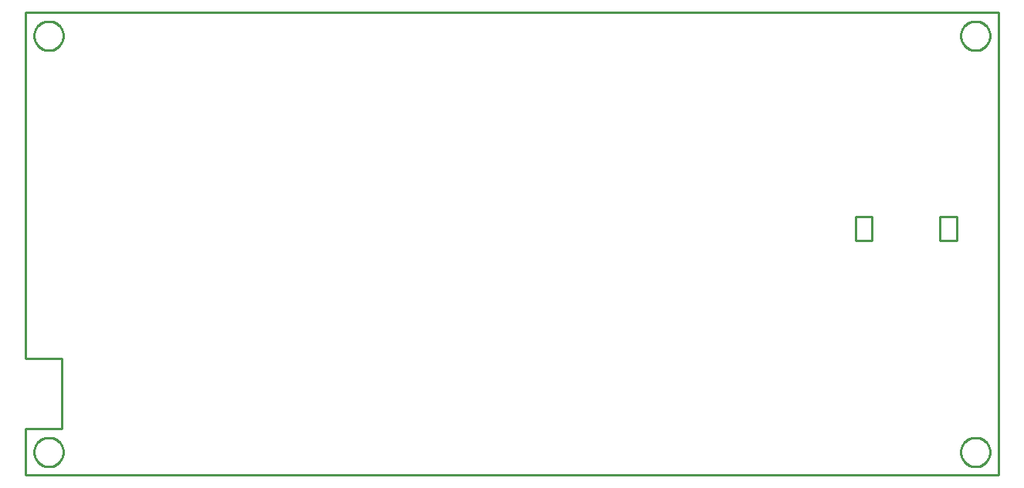
<source format=gbr>
G04 EAGLE Gerber RS-274X export*
G75*
%MOMM*%
%FSLAX34Y34*%
%LPD*%
%IN*%
%IPPOS*%
%AMOC8*
5,1,8,0,0,1.08239X$1,22.5*%
G01*
%ADD10C,0.254000*%


D10*
X0Y0D02*
X1066800Y0D01*
X1066800Y508000D01*
X0Y508000D01*
X0Y128270D01*
X39370Y128270D01*
X39370Y50800D01*
X0Y50800D01*
X0Y0D01*
X909700Y257764D02*
X927700Y257764D01*
X927700Y283764D01*
X909700Y283764D01*
X909700Y257764D01*
X1002700Y257764D02*
X1020700Y257764D01*
X1020700Y283764D01*
X1002700Y283764D01*
X1002700Y257764D01*
X41400Y24876D02*
X41332Y23831D01*
X41195Y22792D01*
X40990Y21765D01*
X40719Y20753D01*
X40383Y19761D01*
X39982Y18793D01*
X39518Y17854D01*
X38995Y16946D01*
X38413Y16075D01*
X37775Y15244D01*
X37084Y14457D01*
X36343Y13716D01*
X35556Y13025D01*
X34725Y12388D01*
X33854Y11806D01*
X32946Y11282D01*
X32007Y10818D01*
X31039Y10417D01*
X30047Y10081D01*
X29035Y9810D01*
X28008Y9605D01*
X26969Y9469D01*
X25924Y9400D01*
X24876Y9400D01*
X23831Y9469D01*
X22792Y9605D01*
X21765Y9810D01*
X20753Y10081D01*
X19761Y10417D01*
X18793Y10818D01*
X17854Y11282D01*
X16946Y11806D01*
X16075Y12388D01*
X15244Y13025D01*
X14457Y13716D01*
X13716Y14457D01*
X13025Y15244D01*
X12388Y16075D01*
X11806Y16946D01*
X11282Y17854D01*
X10818Y18793D01*
X10417Y19761D01*
X10081Y20753D01*
X9810Y21765D01*
X9605Y22792D01*
X9469Y23831D01*
X9400Y24876D01*
X9400Y25924D01*
X9469Y26969D01*
X9605Y28008D01*
X9810Y29035D01*
X10081Y30047D01*
X10417Y31039D01*
X10818Y32007D01*
X11282Y32946D01*
X11806Y33854D01*
X12388Y34725D01*
X13025Y35556D01*
X13716Y36343D01*
X14457Y37084D01*
X15244Y37775D01*
X16075Y38413D01*
X16946Y38995D01*
X17854Y39518D01*
X18793Y39982D01*
X19761Y40383D01*
X20753Y40719D01*
X21765Y40990D01*
X22792Y41195D01*
X23831Y41332D01*
X24876Y41400D01*
X25924Y41400D01*
X26969Y41332D01*
X28008Y41195D01*
X29035Y40990D01*
X30047Y40719D01*
X31039Y40383D01*
X32007Y39982D01*
X32946Y39518D01*
X33854Y38995D01*
X34725Y38413D01*
X35556Y37775D01*
X36343Y37084D01*
X37084Y36343D01*
X37775Y35556D01*
X38413Y34725D01*
X38995Y33854D01*
X39518Y32946D01*
X39982Y32007D01*
X40383Y31039D01*
X40719Y30047D01*
X40990Y29035D01*
X41195Y28008D01*
X41332Y26969D01*
X41400Y25924D01*
X41400Y24876D01*
X41400Y482076D02*
X41332Y481031D01*
X41195Y479992D01*
X40990Y478965D01*
X40719Y477953D01*
X40383Y476961D01*
X39982Y475993D01*
X39518Y475054D01*
X38995Y474146D01*
X38413Y473275D01*
X37775Y472444D01*
X37084Y471657D01*
X36343Y470916D01*
X35556Y470225D01*
X34725Y469588D01*
X33854Y469006D01*
X32946Y468482D01*
X32007Y468018D01*
X31039Y467617D01*
X30047Y467281D01*
X29035Y467010D01*
X28008Y466805D01*
X26969Y466669D01*
X25924Y466600D01*
X24876Y466600D01*
X23831Y466669D01*
X22792Y466805D01*
X21765Y467010D01*
X20753Y467281D01*
X19761Y467617D01*
X18793Y468018D01*
X17854Y468482D01*
X16946Y469006D01*
X16075Y469588D01*
X15244Y470225D01*
X14457Y470916D01*
X13716Y471657D01*
X13025Y472444D01*
X12388Y473275D01*
X11806Y474146D01*
X11282Y475054D01*
X10818Y475993D01*
X10417Y476961D01*
X10081Y477953D01*
X9810Y478965D01*
X9605Y479992D01*
X9469Y481031D01*
X9400Y482076D01*
X9400Y483124D01*
X9469Y484169D01*
X9605Y485208D01*
X9810Y486235D01*
X10081Y487247D01*
X10417Y488239D01*
X10818Y489207D01*
X11282Y490146D01*
X11806Y491054D01*
X12388Y491925D01*
X13025Y492756D01*
X13716Y493543D01*
X14457Y494284D01*
X15244Y494975D01*
X16075Y495613D01*
X16946Y496195D01*
X17854Y496718D01*
X18793Y497182D01*
X19761Y497583D01*
X20753Y497919D01*
X21765Y498190D01*
X22792Y498395D01*
X23831Y498532D01*
X24876Y498600D01*
X25924Y498600D01*
X26969Y498532D01*
X28008Y498395D01*
X29035Y498190D01*
X30047Y497919D01*
X31039Y497583D01*
X32007Y497182D01*
X32946Y496718D01*
X33854Y496195D01*
X34725Y495613D01*
X35556Y494975D01*
X36343Y494284D01*
X37084Y493543D01*
X37775Y492756D01*
X38413Y491925D01*
X38995Y491054D01*
X39518Y490146D01*
X39982Y489207D01*
X40383Y488239D01*
X40719Y487247D01*
X40990Y486235D01*
X41195Y485208D01*
X41332Y484169D01*
X41400Y483124D01*
X41400Y482076D01*
X1057400Y482076D02*
X1057332Y481031D01*
X1057195Y479992D01*
X1056990Y478965D01*
X1056719Y477953D01*
X1056383Y476961D01*
X1055982Y475993D01*
X1055518Y475054D01*
X1054995Y474146D01*
X1054413Y473275D01*
X1053775Y472444D01*
X1053084Y471657D01*
X1052343Y470916D01*
X1051556Y470225D01*
X1050725Y469588D01*
X1049854Y469006D01*
X1048946Y468482D01*
X1048007Y468018D01*
X1047039Y467617D01*
X1046047Y467281D01*
X1045035Y467010D01*
X1044008Y466805D01*
X1042969Y466669D01*
X1041924Y466600D01*
X1040876Y466600D01*
X1039831Y466669D01*
X1038792Y466805D01*
X1037765Y467010D01*
X1036753Y467281D01*
X1035761Y467617D01*
X1034793Y468018D01*
X1033854Y468482D01*
X1032946Y469006D01*
X1032075Y469588D01*
X1031244Y470225D01*
X1030457Y470916D01*
X1029716Y471657D01*
X1029025Y472444D01*
X1028388Y473275D01*
X1027806Y474146D01*
X1027282Y475054D01*
X1026818Y475993D01*
X1026417Y476961D01*
X1026081Y477953D01*
X1025810Y478965D01*
X1025605Y479992D01*
X1025469Y481031D01*
X1025400Y482076D01*
X1025400Y483124D01*
X1025469Y484169D01*
X1025605Y485208D01*
X1025810Y486235D01*
X1026081Y487247D01*
X1026417Y488239D01*
X1026818Y489207D01*
X1027282Y490146D01*
X1027806Y491054D01*
X1028388Y491925D01*
X1029025Y492756D01*
X1029716Y493543D01*
X1030457Y494284D01*
X1031244Y494975D01*
X1032075Y495613D01*
X1032946Y496195D01*
X1033854Y496718D01*
X1034793Y497182D01*
X1035761Y497583D01*
X1036753Y497919D01*
X1037765Y498190D01*
X1038792Y498395D01*
X1039831Y498532D01*
X1040876Y498600D01*
X1041924Y498600D01*
X1042969Y498532D01*
X1044008Y498395D01*
X1045035Y498190D01*
X1046047Y497919D01*
X1047039Y497583D01*
X1048007Y497182D01*
X1048946Y496718D01*
X1049854Y496195D01*
X1050725Y495613D01*
X1051556Y494975D01*
X1052343Y494284D01*
X1053084Y493543D01*
X1053775Y492756D01*
X1054413Y491925D01*
X1054995Y491054D01*
X1055518Y490146D01*
X1055982Y489207D01*
X1056383Y488239D01*
X1056719Y487247D01*
X1056990Y486235D01*
X1057195Y485208D01*
X1057332Y484169D01*
X1057400Y483124D01*
X1057400Y482076D01*
X1057400Y24876D02*
X1057332Y23831D01*
X1057195Y22792D01*
X1056990Y21765D01*
X1056719Y20753D01*
X1056383Y19761D01*
X1055982Y18793D01*
X1055518Y17854D01*
X1054995Y16946D01*
X1054413Y16075D01*
X1053775Y15244D01*
X1053084Y14457D01*
X1052343Y13716D01*
X1051556Y13025D01*
X1050725Y12388D01*
X1049854Y11806D01*
X1048946Y11282D01*
X1048007Y10818D01*
X1047039Y10417D01*
X1046047Y10081D01*
X1045035Y9810D01*
X1044008Y9605D01*
X1042969Y9469D01*
X1041924Y9400D01*
X1040876Y9400D01*
X1039831Y9469D01*
X1038792Y9605D01*
X1037765Y9810D01*
X1036753Y10081D01*
X1035761Y10417D01*
X1034793Y10818D01*
X1033854Y11282D01*
X1032946Y11806D01*
X1032075Y12388D01*
X1031244Y13025D01*
X1030457Y13716D01*
X1029716Y14457D01*
X1029025Y15244D01*
X1028388Y16075D01*
X1027806Y16946D01*
X1027282Y17854D01*
X1026818Y18793D01*
X1026417Y19761D01*
X1026081Y20753D01*
X1025810Y21765D01*
X1025605Y22792D01*
X1025469Y23831D01*
X1025400Y24876D01*
X1025400Y25924D01*
X1025469Y26969D01*
X1025605Y28008D01*
X1025810Y29035D01*
X1026081Y30047D01*
X1026417Y31039D01*
X1026818Y32007D01*
X1027282Y32946D01*
X1027806Y33854D01*
X1028388Y34725D01*
X1029025Y35556D01*
X1029716Y36343D01*
X1030457Y37084D01*
X1031244Y37775D01*
X1032075Y38413D01*
X1032946Y38995D01*
X1033854Y39518D01*
X1034793Y39982D01*
X1035761Y40383D01*
X1036753Y40719D01*
X1037765Y40990D01*
X1038792Y41195D01*
X1039831Y41332D01*
X1040876Y41400D01*
X1041924Y41400D01*
X1042969Y41332D01*
X1044008Y41195D01*
X1045035Y40990D01*
X1046047Y40719D01*
X1047039Y40383D01*
X1048007Y39982D01*
X1048946Y39518D01*
X1049854Y38995D01*
X1050725Y38413D01*
X1051556Y37775D01*
X1052343Y37084D01*
X1053084Y36343D01*
X1053775Y35556D01*
X1054413Y34725D01*
X1054995Y33854D01*
X1055518Y32946D01*
X1055982Y32007D01*
X1056383Y31039D01*
X1056719Y30047D01*
X1056990Y29035D01*
X1057195Y28008D01*
X1057332Y26969D01*
X1057400Y25924D01*
X1057400Y24876D01*
M02*

</source>
